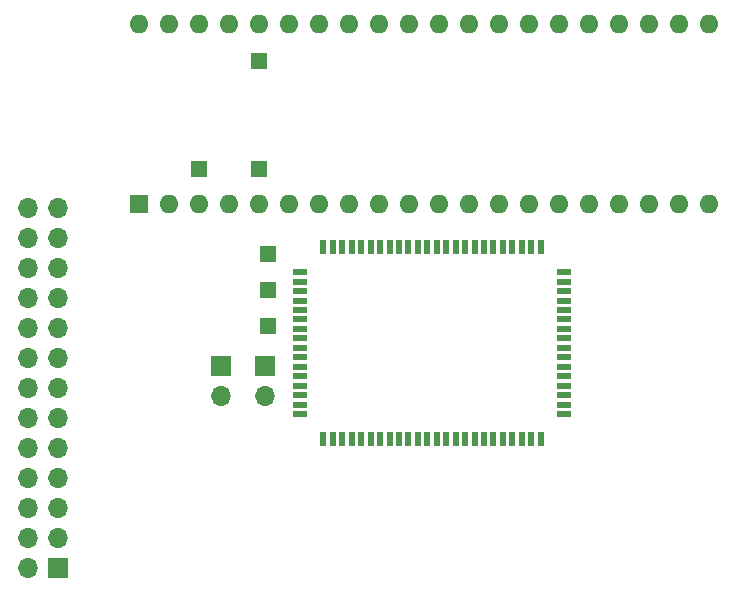
<source format=gbr>
%TF.GenerationSoftware,KiCad,Pcbnew,7.0.9-7.0.9~ubuntu20.04.1*%
%TF.CreationDate,2023-12-26T20:59:23+01:00*%
%TF.ProjectId,6303_FP,36333033-5f46-4502-9e6b-696361645f70,rev?*%
%TF.SameCoordinates,Original*%
%TF.FileFunction,Soldermask,Top*%
%TF.FilePolarity,Negative*%
%FSLAX46Y46*%
G04 Gerber Fmt 4.6, Leading zero omitted, Abs format (unit mm)*
G04 Created by KiCad (PCBNEW 7.0.9-7.0.9~ubuntu20.04.1) date 2023-12-26 20:59:23*
%MOMM*%
%LPD*%
G01*
G04 APERTURE LIST*
%ADD10R,1.700000X1.700000*%
%ADD11O,1.700000X1.700000*%
%ADD12R,1.350000X1.350000*%
%ADD13R,0.500000X1.300000*%
%ADD14R,1.300000X0.500000*%
%ADD15R,1.600000X1.600000*%
%ADD16O,1.600000X1.600000*%
G04 APERTURE END LIST*
D10*
%TO.C,JP1*%
X180746400Y-66492200D03*
D11*
X180746400Y-69032200D03*
%TD*%
D12*
%TO.C,J4*%
X183896000Y-40640000D03*
%TD*%
D13*
%TO.C,U4*%
X189384000Y-72688000D03*
X190184000Y-72688000D03*
X190984000Y-72688000D03*
X191784000Y-72688000D03*
X192584000Y-72688000D03*
X193384000Y-72688000D03*
X194184000Y-72688000D03*
X194984000Y-72688000D03*
X195784000Y-72688000D03*
X196584000Y-72688000D03*
X197384000Y-72688000D03*
X198184000Y-72688000D03*
X198984000Y-72688000D03*
X199784000Y-72688000D03*
X200584000Y-72688000D03*
X201384000Y-72688000D03*
X202184000Y-72688000D03*
X202984000Y-72688000D03*
X203784000Y-72688000D03*
X204584000Y-72688000D03*
X205384000Y-72688000D03*
X206184000Y-72688000D03*
X206984000Y-72688000D03*
X207784000Y-72688000D03*
D14*
X209734000Y-70538000D03*
X209734000Y-69738000D03*
X209734000Y-68938000D03*
X209734000Y-68138000D03*
X209734000Y-67338000D03*
X209734000Y-66538000D03*
X209734000Y-65738000D03*
X209734000Y-64938000D03*
X209734000Y-64138000D03*
X209734000Y-63338000D03*
X209734000Y-62538000D03*
X209734000Y-61738000D03*
X209734000Y-60938000D03*
X209734000Y-60138000D03*
X209734000Y-59338000D03*
X209734000Y-58538000D03*
D13*
X207784000Y-56388000D03*
X206984000Y-56388000D03*
X206184000Y-56388000D03*
X205384000Y-56388000D03*
X204584000Y-56388000D03*
X203784000Y-56388000D03*
X202984000Y-56388000D03*
X202184000Y-56388000D03*
X201384000Y-56388000D03*
X200584000Y-56388000D03*
X199784000Y-56388000D03*
X198984000Y-56388000D03*
X198184000Y-56388000D03*
X197384000Y-56388000D03*
X196584000Y-56388000D03*
X195784000Y-56388000D03*
X194984000Y-56388000D03*
X194184000Y-56388000D03*
X193384000Y-56388000D03*
X192584000Y-56388000D03*
X191784000Y-56388000D03*
X190984000Y-56388000D03*
X190184000Y-56388000D03*
X189384000Y-56388000D03*
D14*
X187434000Y-58538000D03*
X187434000Y-59338000D03*
X187434000Y-60138000D03*
X187434000Y-60938000D03*
X187434000Y-61738000D03*
X187434000Y-62538000D03*
X187434000Y-63338000D03*
X187434000Y-64138000D03*
X187434000Y-64938000D03*
X187434000Y-65738000D03*
X187434000Y-66538000D03*
X187434000Y-67338000D03*
X187434000Y-68138000D03*
X187434000Y-68938000D03*
X187434000Y-69738000D03*
X187434000Y-70538000D03*
%TD*%
D15*
%TO.C,U3*%
X173736000Y-52730400D03*
D16*
X176276000Y-52730400D03*
X178816000Y-52730400D03*
X181356000Y-52730400D03*
X183896000Y-52730400D03*
X186436000Y-52730400D03*
X188976000Y-52730400D03*
X191516000Y-52730400D03*
X194056000Y-52730400D03*
X196596000Y-52730400D03*
X199136000Y-52730400D03*
X201676000Y-52730400D03*
X204216000Y-52730400D03*
X206756000Y-52730400D03*
X209296000Y-52730400D03*
X211836000Y-52730400D03*
X214376000Y-52730400D03*
X216916000Y-52730400D03*
X219456000Y-52730400D03*
X221996000Y-52730400D03*
X221996000Y-37490400D03*
X219456000Y-37490400D03*
X216916000Y-37490400D03*
X214376000Y-37490400D03*
X211836000Y-37490400D03*
X209296000Y-37490400D03*
X206756000Y-37490400D03*
X204216000Y-37490400D03*
X201676000Y-37490400D03*
X199136000Y-37490400D03*
X196596000Y-37490400D03*
X194056000Y-37490400D03*
X191516000Y-37490400D03*
X188976000Y-37490400D03*
X186436000Y-37490400D03*
X183896000Y-37490400D03*
X181356000Y-37490400D03*
X178816000Y-37490400D03*
X176276000Y-37490400D03*
X173736000Y-37490400D03*
%TD*%
D10*
%TO.C,J1*%
X166878000Y-83566000D03*
D11*
X164338000Y-83566000D03*
X166878000Y-81026000D03*
X164338000Y-81026000D03*
X166878000Y-78486000D03*
X164338000Y-78486000D03*
X166878000Y-75946000D03*
X164338000Y-75946000D03*
X166878000Y-73406000D03*
X164338000Y-73406000D03*
X166878000Y-70866000D03*
X164338000Y-70866000D03*
X166878000Y-68326000D03*
X164338000Y-68326000D03*
X166878000Y-65786000D03*
X164338000Y-65786000D03*
X166878000Y-63246000D03*
X164338000Y-63246000D03*
X166878000Y-60706000D03*
X164338000Y-60706000D03*
X166878000Y-58166000D03*
X164338000Y-58166000D03*
X166878000Y-55626000D03*
X164338000Y-55626000D03*
X166878000Y-53086000D03*
X164338000Y-53086000D03*
%TD*%
D10*
%TO.C,JP2*%
X184404000Y-66492200D03*
D11*
X184404000Y-69032200D03*
%TD*%
D12*
%TO.C,J7*%
X184708800Y-56997600D03*
%TD*%
%TO.C,J6*%
X183896000Y-49784000D03*
%TD*%
%TO.C,J9*%
X184708800Y-60045600D03*
%TD*%
%TO.C,J8*%
X184708800Y-63093600D03*
%TD*%
%TO.C,J3*%
X178816000Y-49784000D03*
%TD*%
M02*

</source>
